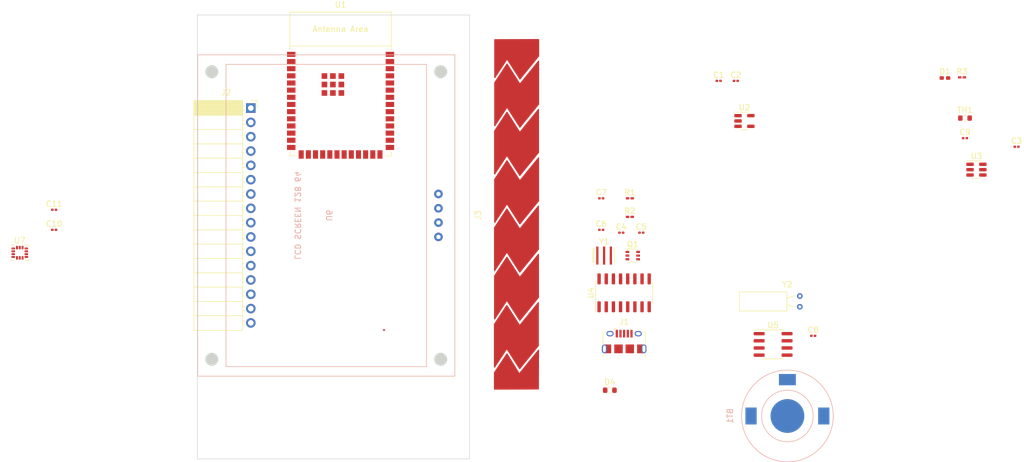
<source format=kicad_pcb>
(kicad_pcb (version 20211014) (generator pcbnew)
  (layers (0 "F.Cu" signal) (1 "In1.Cu" signal) (2 "In2.Cu" signal) (31 "B.Cu" signal) (34 "B.Paste" user) (35 "F.Paste" user) (36 "B.SilkS" user "B.Silkscreen") (37 "F.SilkS" user "F.Silkscreen") (38 "B.Mask" user) (39 "F.Mask" user) (44 "Edge.Cuts" user))
  (net 0 "")
  (net 1 "Net-(U1-Pad1)")
  (net 3 "Net-(BT1-Pad1)")
  (net 4 "/SPI_CLK")
  (net 27 "Net-(C5-Pad1)")
  (net 36 "+BATT")
  (net 37 "GNDREF")
  (net 40 "+3V3")
  (net 41 "Net-(C3-Pad1)")
  (net 42 "Net-(C4-Pad1)")
  (net 43 "Net-(C8-Pad1)")
  (net 44 "Net-(C6-Pad2)")
  (net 45 "+5V")
  (net 46 "/D-")
  (net 47 "/D+")
  (net 48 "/UART_TX")
  (net 49 "/UART_RX")
  (net 50 "/MOSI")
  (net 51 "/MISO")
  (net 52 "/I{slash}O_1")
  (net 53 "/I{slash}O_2")
  (net 54 "/I{slash}O_3")
  (net 55 "/I{slash}O_4")
  (net 56 "/I{slash}O_5")
  (net 57 "/UART_TX0_PGR")
  (net 58 "/UART_RX0_PGR")
  (net 59 "/SDA_1")
  (net 60 "/SCL_1")
  (net 62 "+3.3V")
  (net 63 "Net-(C9-Pad2)")
  (net 64 "Net-(C10-Pad1)")
  (net 70 "Net-(Q1-Pad1)")
  (net 71 "/RTS")
  (net 73 "Net-(C11-Pad2)")
  (net 74 "Net-(TH1-Pad1)")
  (net 75 "/NCH_CH_PIN")
  (net 76 "Net-(U5-Pad2)")
  (net 77 "/INT_ALARM")
  (net 78 "/1hz_CLKOUT")
  (net 79 "unconnected-(U7-Pad1)")
  (net 83 "Net-(Q1-Pad4)")
  (net 84 "/DTR")
  (net 85 "/EN")
  (net 86 "/BOOT0")
  (net 89 "Net-(D1-Pad2)")
  (footprint "Package_LGA:LGA-14_3x2.5mm_P0.5mm_LayoutBorder3x4y" (layer "F.Cu") (at 70.104 80.264)
    (fp_text reference "U7" (at 0 -2.2) (layer "F.SilkS"))
    (fp_text value "LSM6DS3")
    (fp_line (start 0.935 -1.36) (end 1.61 -1.36) (layer "F.SilkS") (width 0.12))
    (fp_line (start 1.61 -1.36) (end 1.61 -1.185) (layer "F.SilkS") (width 0.12))
    (fp_line (start -0.935 1.36) (end -1.61 1.36) (layer "F.SilkS") (width 0.12))
    (fp_line (start 0.935 1.36) (end 1.61 1.36) (layer "F.SilkS") (width 0.12))
    (fp_line (start 1.61 1.36) (end 1.61 1.185) (layer "F.SilkS") (width 0.12))
    (fp_line (start -1.61 1.36) (end -1.61 1.185) (layer "F.SilkS") (width 0.12))
    (fp_line (start -0.935 -1.36) (end -1.61 -1.36) (layer "F.SilkS") (width 0.12))
    (pad "1" smd roundrect (at -1.1625 -0.75) (size 0.625 0.35) (layers "F.Cu" "F.Paste" "F.Mask") (net 79 "unconnected-(U7-Pad1)"))
    (pad "2" smd roundrect (at -1.1625 -0.25) (size 0.625 0.35) (layers "F.Cu" "F.Paste" "F.Mask") (net 37 "GNDREF"))
    (pad "3" smd roundrect (at -1.1625 0.25) (size 0.625 0.35) (layers "F.Cu" "F.Paste" "F.Mask") (net 37 "GNDREF"))
    (pad "4" smd roundrect (at -1.1625 0.75) (size 0.625 0.35) (layers "F.Cu" "F.Paste" "F.Mask"))
    (pad "5" smd roundrect (at -0.5 0.9125) (size 0.35 0.625) (layers "F.Cu" "F.Paste" "F.Mask") (net 64 "Net-(C10-Pad1)"))
    (pad "6" smd roundrect (at 0 0.9125) (size 0.35 0.625) (layers "F.Cu" "F.Paste" "F.Mask") (net 37 "GNDREF"))
    (pad "7" smd roundrect (at 0.5 0.9125) (size 0.35 0.625) (layers "F.Cu" "F.Paste" "F.Mask") (net 37 "GNDREF"))
    (pad "8" smd roundrect (at 1.1625 0.75) (size 0.625 0.35) (layers "F.Cu" "F.Paste" "F.Mask") (net 73 "Net-(C11-Pad2)"))
    (pad "9" smd roundrect (at 1.1625 0.25) (size 0.625 0.35) (layers "F.Cu" "F.Paste" "F.Mask"))
    (pad "10" smd roundrect (at 1.1625 -0.25) (size 0.625 0.35) (layers "F.Cu" "F.Paste" "F.Mask"))
    (pad "11" smd roundrect (at 1.1625 -0.75) (size 0.625 0.35) (layers "F.Cu" "F.Paste" "F.Mask"))
    (pad "12" smd roundrect (at 0.5 -0.9125) (size 0.35 0.625) (layers "F.Cu" "F.Paste" "F.Mask"))
    (pad "13" smd roundrect (at 0 -0.9125) (size 0.35 0.625) (layers "F.Cu" "F.Paste" "F.Mask") (net 60 "/SCL_1"))
    (pad "14" smd roundrect (at -0.5 -0.9125) (size 0.35 0.625) (layers "F.Cu" "F.Paste" "F.Mask") (net 59 "/SDA_1"))
  )
  (footprint "LED_SMD:LED_0402_1005Metric_Pad0.77x0.64mm_HandSolder" (layer "F.Cu") (at 234.188 49.276)
    (fp_text reference "D1" (at 0 -1.17) (layer "F.SilkS"))
    (fp_text value "LED")
    (fp_circle (center -1.265 0) (end -1.215 0) (layer "F.SilkS") (width 0.1) (fill none))
    (pad "1" smd roundrect (at -0.5725 0) (size 0.765 0.64) (layers "F.Cu" "F.Paste" "F.Mask") (net 37 "GNDREF"))
    (pad "2" smd roundrect (at 0.5725 0) (size 0.765 0.64) (layers "F.Cu" "F.Paste" "F.Mask") (net 89 "Net-(D1-Pad2)"))
  )
  (footprint "Resistor_SMD:R_0603_1608Metric" (layer "F.Cu") (at 237.744 56.388)
    (fp_text reference "TH1" (at 0 -1.43) (layer "F.SilkS"))
    (fp_text value "NCP18XH103F03RB")
    (fp_line (start -0.237258 0.5225) (end 0.237258 0.5225) (layer "F.SilkS") (width 0.12))
    (fp_line (start -0.237258 -0.5225) (end 0.237258 -0.5225) (layer "F.SilkS") (width 0.12))
    (pad "1" smd roundrect (at -0.825 0) (size 0.8 0.95) (layers "F.Cu" "F.Paste" "F.Mask") (net 74 "Net-(TH1-Pad1)"))
    (pad "2" smd roundrect (at 0.825 0) (size 0.8 0.95) (layers "F.Cu" "F.Paste" "F.Mask") (net 37 "GNDREF"))
  )
  (footprint "Resistor_SMD:R_0201_0603Metric_Pad0.64x0.40mm_HandSolder" (layer "F.Cu") (at 178.308 73.902)
    (fp_text reference "R2" (at 0 -1.05) (layer "F.SilkS"))
    (fp_text value "10k")
    (pad "1" smd roundrect (at -0.4075 0) (size 0.635 0.4) (layers "F.Cu" "F.Mask") (net 83 "Net-(Q1-Pad4)"))
    (pad "2" smd roundrect (at 0.4075 0) (size 0.635 0.4) (layers "F.Cu" "F.Mask") (net 85 "/EN"))
  )
  (footprint "Capacitor_SMD:C_0201_0603Metric" (layer "F.Cu") (at 173.228 76.2)
    (fp_text reference "C6" (at 0 -1.05) (layer "F.SilkS"))
    (fp_text value "0.1u")
    (pad "1" smd roundrect (at -0.32 0) (size 0.46 0.4) (layers "F.Cu" "F.Mask") (net 37 "GNDREF"))
    (pad "2" smd roundrect (at 0.32 0) (size 0.46 0.4) (layers "F.Cu" "F.Mask") (net 44 "Net-(C6-Pad2)"))
  )
  (footprint "Connector_PinSocket_2.54mm:PinSocket_1x16_P2.54mm_Horizontal" (layer "F.Cu") (at 111.08 54.61)
    (fp_text reference "J2" (at -4.38 -2.77) (layer "F.SilkS"))
    (fp_text value "Conn_01x16_Female")
    (fp_line (start -1.46 25.04) (end -1.05 25.04) (layer "F.SilkS") (width 0.12))
    (fp_line (start -10.09 -0.50143) (end -1.46 -0.50143) (layer "F.SilkS") (width 0.12))
    (fp_line (start -10.09 16.51) (end -1.46 16.51) (layer "F.SilkS") (width 0.12))
    (fp_line (start -1.46 12.34) (end -1.05 12.34) (layer "F.SilkS") (width 0.12))
    (fp_line (start -1.46 14.88) (end -1.05 14.88) (layer "F.SilkS") (width 0.12))
    (fp_line (start -10.09 29.21) (end -1.46 29.21) (layer "F.SilkS") (width 0.12))
    (fp_line (start -1.46 38.46) (end -1.05 38.46) (layer "F.SilkS") (width 0.12))
    (fp_line (start -1.46 10.52) (end -1.05 10.52) (layer "F.SilkS") (width 0.12))
    (fp_line (start -10.09 8.89) (end -1.46 8.89) (layer "F.SilkS") (width 0.12))
    (fp_line (start -10.09 0.91571) (end -1.46 0.91571) (layer "F.SilkS") (width 0.12))
    (fp_line (start -10.09 -0.619525) (end -1.46 -0.619525) (layer "F.SilkS") (width 0.12))
    (fp_line (start -10.09 1.1519) (end -1.46 1.1519) (layer "F.SilkS") (width 0.12))
    (fp_line (start -10.09 -0.02905) (end -1.46 -0.02905) (layer "F.SilkS") (width 0.12))
    (fp_line (start -1.46 5.44) (end -1.05 5.44) (layer "F.SilkS") (width 0.12))
    (fp_line (start -10.09 6.35) (end -1.46 6.35) (layer "F.SilkS") (width 0.12))
    (fp_line (start -1.46 30.12) (end -1.05 30.12) (layer "F.SilkS") (width 0.12))
    (fp_line (start -10.09 -1.33) (end -10.09 39.43) (layer "F.SilkS") (width 0.12))
    (fp_line (start -10.09 26.67) (end -1.46 26.67) (layer "F.SilkS") (width 0.12))
    (fp_line (start -10.09 1.033805) (end -1.46 1.033805) (layer "F.SilkS") (width 0.12))
    (fp_line (start -1.46 37.74) (end -1.05 37.74) (layer "F.SilkS") (width 0.12))
    (fp_line (start -10.09 24.13) (end -1.46 24.13) (layer "F.SilkS") (width 0.12))
    (fp_line (start -1.46 9.8) (end -1.05 9.8) (layer "F.SilkS") (width 0.12))
    (fp_line (start -10.09 21.59) (end -1.46 21.59) (layer "F.SilkS") (width 0.12))
    (fp_line (start -1.46 33.38) (end -1.05 33.38) (layer "F.SilkS") (width 0.12))
    (fp_line (start -10.09 0.561425) (end -1.46 0.561425) (layer "F.SilkS") (width 0.12))
    (fp_line (start -1.46 2.18) (end -1.05 2.18) (layer "F.SilkS") (width 0.12))
    (fp_line (start -10.09 39.43) (end -1.46 39.43) (layer "F.SilkS") (width 0.12))
    (fp_line (start -10.09 -0.73762) (end -1.46 -0.73762) (layer "F.SilkS") (width 0.12))
    (fp_line (start -10.09 3.81) (end -1.46 3.81) (layer "F.SilkS") (width 0.12))
    (fp_line (start -1.46 7.98) (end -1.05 7.98) (layer "F.SilkS") (width 0.12))
    (fp_line (start -10.09 -1.091905) (end -1.46 -1.091905) (layer "F.SilkS") (width 0.12))
    (fp_line (start -1.46 35.92) (end -1.05 35.92) (layer "F.SilkS") (width 0.12))
    (fp_line (start 0 -1.33) (end 1.11 -1.33) (layer "F.SilkS") (width 0.12))
    (fp_line (start -10.09 -0.26524) (end -1.46 -0.26524) (layer "F.SilkS") (width 0.12))
    (fp_line (start -10.09 -0.383335) (end -1.46 -0.383335) (layer "F.SilkS") (width 0.12))
    (fp_line (start -1.46 0.36) (end -1.11 0.36) (layer "F.SilkS") (width 0.12))
    (fp_line (start -10.09 11.43) (end -1.46 11.43) (layer "F.SilkS") (width 0.12))
    (fp_line (start -10.09 13.97) (end -1.46 13.97) (layer "F.SilkS") (width 0.12))
    (fp_line (start -10.09 -0.147145) (end -1.46 -0.147145) (layer "F.SilkS") (width 0.12))
    (fp_line (start -1.46 2.9) (end -1.05 2.9) (layer "F.SilkS") (width 0.12))
    (fp_line (start -10.09 36.83) (end -1.46 36.83) (layer "F.SilkS") (width 0.12))
    (fp_line (start -1.46 22.5) (end -1.05 22.5) (layer "F.SilkS") (width 0.12))
    (fp_line (start -1.46 19.96) (end -1.05 19.96) (layer "F.SilkS") (width 0.12))
    (fp_line (start -1.46 23.22) (end -1.05 23.22) (layer "F.SilkS") (width 0.12))
    (fp_line (start -10.09 0.67952) (end -1.46 0.67952) (layer "F.SilkS") (width 0.12))
    (fp_line (start -10.09 -1.33) (end -1.46 -1.33) (layer "F.SilkS") (width 0.12))
    (fp_line (start -10.09 31.75) (end -1.46 31.75) (layer "F.SilkS") (width 0.12))
    (fp_line (start -10.09 -1.21) (end -1.46 -1.21) (layer "F.SilkS") (width 0.12))
    (fp_line (start -1.46 32.66) (end -1.05 32.66) (layer "F.SilkS") (width 0.12))
    (fp_line (start -10.09 0.20714) (end -1.46 0.20714) (layer "F.SilkS") (width 0.12))
    (fp_line (start -1.46 4.72) (end -1.05 4.72) (layer "F.SilkS") (width 0.12))
    (fp_line (start -10.09 -0.97381) (end -1.46 -0.97381) (layer "F.SilkS") (width 0.12))
    (fp_line (start -1.46 18.14) (end -1.05 18.14) (layer "F.SilkS") (width 0.12))
    (fp_line (start -10.09 0.44333) (end -1.46 0.44333) (layer "F.SilkS") (width 0.12))
    (fp_line (start -1.46 30.84) (end -1.05 30.84) (layer "F.SilkS") (width 0.12))
    (fp_line (start -10.09 0.089045) (end -1.46 0.089045) (layer "F.SilkS") (width 0.12))
    (fp_line (start -1.46 13.06) (end -1.05 13.06) (layer "F.SilkS") (width 0.12))
    (fp_line (start -10.09 -0.855715) (end -1.46 -0.855715) (layer "F.SilkS") (width 0.12))
    (fp_line (start -10.09 19.05) (end -1.46 19.05) (layer "F.SilkS") (width 0.12))
    (fp_line (start -1.46 17.42) (end -1.05 17.42) (layer "F.SilkS") (width 0.12))
    (fp_line (start -1.46 7.26) (end -1.05 7.26) (layer "F.SilkS") (width 0.12))
    (fp_line (start -10.09 1.27) (end -1.46 1.27) (layer "F.SilkS") (width 0.12))
    (fp_line (start -1.46 27.58) (end -1.05 27.58) (layer "F.SilkS") (width 0.12))
    (fp_line (start -1.46 25.76) (end -1.05 25.76) (layer "F.SilkS") (width 0.12))
    (fp_line (start -10.09 34.29) (end -1.46 34.29) (layer "F.SilkS") (width 0.12))
    (fp_line (start -1.46 -0.36) (end -1.11 -0.36) (layer "F.SilkS") (width 0.12))
    (fp_line (start -1.46 -1.33) (end -1.46 39.43) (layer "F.SilkS") (width 0.12))
    (fp_line (start 1.11 -1.33) (end 1.11 0) (layer "F.SilkS") (width 0.12))
    (fp_line (start -1.46 28.3) (end -1.05 28.3) (layer "F.SilkS") (width 0.12))
    (fp_line (start -10.09 0.325235) (end -1.46 0.325235) (layer "F.SilkS") (width 0.12))
    (fp_line (start -1.46 35.2) (end -1.05 35.2) (layer "F.SilkS") (width 0.12))
    (fp_line (start -1.46 15.6) (end -1.05 15.6) (layer "F.SilkS") (width 0.12))
    (fp_line (start -1.46 20.68) (end -1.05 20.68) (layer "F.SilkS") (width 0.12))
    (fp_line (start -10.09 0.797615) (end -1.46 0.797615) (layer "F.SilkS") (width 0.12))
    (pad "1" thru_hole rect (at 0 0) (size 1.7 1.7) (drill 1) (layers *.Cu *.Mask) (net 40 "+3V3"))
    (pad "2" thru_hole oval (at 0 2.54) (size 1.7 1.7) (drill 1) (layers *.Cu *.Mask) (net 40 "+3V3"))
    (pad "3" thru_hole oval (at 0 5.08) (size 1.7 1.7) (drill 1) (layers *.Cu *.Mask) (net 48 "/UART_TX"))
    (pad "4" thru_hole oval (at 0 7.62) (size 1.7 1.7) (drill 1) (layers *.Cu *.Mask) (net 49 "/UART_RX"))
    (pad "5" thru_hole oval (at 0 10.16) (size 1.7 1.7) (drill 1) (layers *.Cu *.Mask) (net 50 "/MOSI"))
    (pad "6" thru_hole oval (at 0 12.7) (size 1.7 1.7) (drill 1) (layers *.Cu *.Mask) (net 51 "/MISO"))
    (pad "7" thru_hole oval (at 0 15.24) (size 1.7 1.7) (drill 1) (layers *.Cu *.Mask) (net 4 "/SPI_CLK"))
    (pad "8" thru_hole oval (at 0 17.78) (size 1.7 1.7) (drill 1) (layers *.Cu *.Mask) (net 59 "/SDA_1"))
    (pad "9" thru_hole oval (at 0 20.32) (size 1.7 1.7) (drill 1) (layers *.Cu *.Mask) (net 60 "/SCL_1"))
    (pad "10" thru_hole oval (at 0 22.86) (size 1.7 1.7) (drill 1) (layers *.Cu *.Mask) (net 52 "/I{slash}O_1"))
    (pad "11" thru_hole oval (at 0 25.4) (size 1.7 1.7) (drill 1) (layers *.Cu *.Mask) (net 53 "/I{slash}O_2"))
    (pad "12" thru_hole oval (at 0 27.94) (size 1.7 1.7) (drill 1) (layers *.Cu *.Mask) (net 54 "/I{slash}O_3"))
    (pad "13" thru_hole oval (at 0 30.48) (size 1.7 1.7) (drill 1) (layers *.Cu *.Mask) (net 55 "/I{slash}O_4"))
    (pad "14" thru_hole oval (at 0 33.02) (size 1.7 1.7) (drill 1) (layers *.Cu *.Mask) (net 56 "/I{slash}O_5"))
    (pad "15" thru_hole oval (at 0 35.56) (size 1.7 1.7) (drill 1) (layers *.Cu *.Mask) (net 37 "GNDREF"))
    (pad "16" thru_hole oval (at 0 38.1) (size 1.7 1.7) (drill 1) (layers *.Cu *.Mask) (net 37 "GNDREF"))
  )
  (footprint "Package_TO_SOT_SMD:SOT-363_SC-70-6" (layer "F.Cu") (at 178.816 80.772)
    (fp_text reference "Q1" (at 0 -2) (layer "F.SilkS"))
    (fp_text value "UMH3N")
    (fp_line (start -0.7 1.16) (end 0.7 1.16) (layer "F.SilkS") (width 0.12))
    (fp_line (start 0.7 -1.16) (end -1.2 -1.16) (layer "F.SilkS") (width 0.12))
    (pad "1" smd rect (at -0.95 -0.65) (size 0.65 0.4) (layers "F.Cu" "F.Paste" "F.Mask") (net 70 "Net-(Q1-Pad1)"))
    (pad "2" smd rect (at -0.95 0) (size 0.65 0.4) (layers "F.Cu" "F.Paste" "F.Mask") (net 71 "/RTS"))
    (pad "3" smd rect (at -0.95 0.65) (size 0.65 0.4) (layers "F.Cu" "F.Paste" "F.Mask") (net 40 "+3V3"))
    (pad "4" smd rect (at 0.95 0.65) (size 0.65 0.4) (layers "F.Cu" "F.Paste" "F.Mask") (net 83 "Net-(Q1-Pad4)"))
    (pad "5" smd rect (at 0.95 0) (size 0.65 0.4) (layers "F.Cu" "F.Paste" "F.Mask") (net 84 "/DTR"))
    (pad "6" smd rect (at 0.95 -0.65) (size 0.65 0.4) (layers "F.Cu" "F.Paste" "F.Mask") (net 40 "+3V3"))
  )
  (footprint "Capacitor_SMD:C_0201_0603Metric" (layer "F.Cu") (at 76.2 76.2)
    (fp_text reference "C10" (at 0 -1.05) (layer "F.SilkS"))
    (fp_text value "100nf")
    (pad "1" smd roundrect (at -0.32 0) (size 0.46 0.4) (layers "F.Cu" "F.Mask") (net 64 "Net-(C10-Pad1)"))
    (pad "2" smd roundrect (at 0.32 0) (size 0.46 0.4) (layers "F.Cu" "F.Mask") (net 37 "GNDREF"))
  )
  (footprint "LCD:slide_sensor_8p" (layer "F.Cu") (at 159.512 73.66 90)
    (fp_text reference "J3" (at 0.0508 -8.128 90 unlocked) (layer "F.SilkS"))
    (fp_text value "TOUCH")
    (fp_poly (pts (xy 31.197057 2.608096) (xy 28.276057 2.608096) (xy 24.212057 -0.693904) (xy 27.768057 -2.979904) (xy 24.466057 -5.164304) (xy 31.171657 -5.164304)) (layer "F.Cu") (width 0.2) (fill solid))
    (fp_poly (pts (xy 9.7028 -2.9972) (xy 6.1468 -0.7112) (xy 10.2108 2.5908) (xy 2.5908 2.5908) (xy -1.4732 -0.7112) (xy 2.0828 -2.9972) (xy -1.2192 -5.17861) (xy 6.4008 -5.17861)) (layer "F.Cu") (width 0.2) (fill solid))
    (fp_poly (pts (xy 18.288798 -3.006144) (xy 14.732798 -0.720144) (xy 18.796798 2.581856) (xy 11.176798 2.581856) (xy 7.112798 -0.720144) (xy 10.668798 -3.006144) (xy 7.366798 -5.187554) (xy 14.986798 -5.187554)) (layer "F.Cu") (width 0.2) (fill solid))
    (fp_poly (pts (xy 1.143798 -3.015867) (xy -2.412202 -0.729867) (xy 1.651798 2.572133) (xy -5.968202 2.572133) (xy -10.032202 -0.729867) (xy -6.476202 -3.015867) (xy -9.778202 -5.197277) (xy -2.158202 -5.197277)) (layer "F.Cu") (width 0.2) (fill solid))
    (fp_poly (pts (xy -7.4168 -3.012877) (xy -10.9728 -0.726877) (xy -6.9088 2.575123) (xy -14.5288 2.575123) (xy -18.5928 -0.726877) (xy -15.0368 -3.012877) (xy -18.3388 -5.194287) (xy -10.7188 -5.194287)) (layer "F.Cu") (width 0.2) (fill solid))
    (fp_poly (pts (xy -30.7848 -5.211033) (xy -27.8638 -5.211033) (xy -24.5618 -3.001233) (xy -28.0924 -0.816833) (xy -23.9014 2.586767) (xy -30.7594 2.561367)) (layer "F.Cu") (width 0.2) (fill solid))
    (fp_poly (pts (xy 26.8478 -2.987477) (xy 23.2918 -0.701477) (xy 27.3558 2.600523) (xy 19.7358 2.600523) (xy 15.6718 -0.701477) (xy 19.2278 -2.987477) (xy 15.9258 -5.168887) (xy 23.5458 -5.168887)) (layer "F.Cu") (width 0.2) (fill solid))
    (fp_poly (pts (xy -15.975802 -3.031544) (xy -19.531802 -0.745544) (xy -15.467802 2.556456) (xy -23.087802 2.556456) (xy -27.151802 -0.745544) (xy -23.595802 -3.031544) (xy -26.897802 -5.212954) (xy -19.277802 -5.212954)) (layer "F.Cu") (width 0.2) (fill solid))
    (pad "1" connect roundrect (at -29.464 -2.8194 90) (size 2.286 1.524) (property pad_prop_fiducial_loc) (layers "F.Cu"))
    (pad "2" connect roundrect (at -22.225 -2.8702 90) (size 2.286 1.524) (property pad_prop_fiducial_loc) (layers "F.Cu"))
    (pad "3" connect roundrect (at -14.0716 -2.9464 90) (size 2.286 1.524) (property pad_prop_fiducial_loc) (layers "F.Cu"))
    (pad "4" connect roundrect (at -4.953 -2.9718 90) (size 2.286 1.524) (property pad_prop_fiducial_loc) (layers "F.Cu"))
    (pad "5" connect roundrect (at 3.4036 -3.0226 90) (size 2.286 1.524) (property pad_prop_fiducial_loc) (layers "F.Cu"))
    (pad "6" connect roundrect (at 12.319 -2.921 90) (size 2.286 1.524) (property pad_prop_fiducial_loc) (layers "F.Cu"))
    (pad "7" connect roundrect (at 20.32 -2.9718 90) (size 2.286 1.524) (property pad_prop_fiducial_loc) (layers "F.Cu"))
    (pad "8" connect roundrect (at 28.8544 -2.9464 90) (size 2.286 1.524) (property pad_prop_fiducial_loc) (layers "F.Cu"))
  )
  (footprint "esp:ESP32-S3-WROOM-2" (layer "F.Cu") (at 127 53.34)
    (fp_text reference "U1" (at 0 -17.05) (layer "F.SilkS"))
    (fp_text value "ESP32-S3-WROOM-1")
    (fp_text user "Antenna Area" (at 0 -12.75) (layer "F.SilkS"))
    (fp_line (start 9 9.75) (end 8 9.75) (layer "F.SilkS") (width 0.12))
    (fp_line (start -9 9) (end -9 9.75) (layer "F.SilkS") (width 0.12))
    (fp_line (start -9 -15.75) (end -9 -9) (layer "F.SilkS") (width 0.12))
    (fp_line (start 9 -15.75) (end 9 -9) (layer "F.SilkS") (width 0.12))
    (fp_line (start 9 9) (end 9 9.75) (layer "F.SilkS") (width 0.12))
    (fp_line (start 9 -9.75) (end -9 -9.75) (layer "F.SilkS") (width 0.12))
    (fp_line (start -9 -15.75) (end 9 -15.75) (layer "F.SilkS") (width 0.12))
    (fp_line (start -9 9.75) (end -8 9.75) (layer "F.SilkS") (width 0.12))
    (pad "1" smd rect (at -8.75 -8.26) (size 1.5 0.9) (layers "F.Cu" "F.Paste" "F.Mask") (net 1 "Net-(U1-Pad1)"))
    (pad "2" smd rect (at -8.75 -6.99) (size 1.5 0.9) (layers "F.Cu" "F.Paste" "F.Mask"))
    (pad "3" smd rect (at -8.75 -5.72) (size 1.5 0.9) (layers "F.Cu" "F.Paste" "F.Mask") (net 85 "/EN"))
    (pad "4" smd rect (at -8.75 -4.45) (size 1.5 0.9) (layers "F.Cu" "F.Paste" "F.Mask") (net 55 "/I{slash}O_4"))
    (pad "5" smd rect (at -8.75 -3.18) (size 1.5 0.9) (layers "F.Cu" "F.Paste" "F.Mask") (net 56 "/I{slash}O_5"))
    (pad "6" smd rect (at -8.75 -1.91) (size 1.5 0.9) (layers "F.Cu" "F.Paste" "F.Mask"))
    (pad "7" smd rect (at -8.75 -0.64) (size 1.5 0.9) (layers "F.Cu" "F.Paste" "F.Mask"))
    (pad "8" smd rect (at -8.75 0.63) (size 1.5 0.9) (layers "F.Cu" "F.Paste" "F.Mask"))
    (pad "9" smd rect (at -8.75 1.9) (size 1.5 0.9) (layers "F.Cu" "F.Paste" "F.Mask"))
    (pad "10" smd rect (at -8.75 3.17) (size 1.5 0.9) (layers "F.Cu" "F.Paste" "F.Mask") (net 48 "/UART_TX"))
    (pad "11" smd rect (at -8.75 4.44) (size 1.5 0.9) (layers "F.Cu" "F.Paste" "F.Mask") (net 49 "/UART_RX"))
    (pad "12" smd rect (at -8.75 5.71) (size 1.5 0.9) (layers "F.Cu" "F.Paste" "F.Mask"))
    (pad "13" smd rect (at -8.75 6.98) (size 1.5 0.9) (layers "F.Cu" "F.Paste" "F.Mask"))
    (pad "14" smd rect (at -8.75 8.25) (size 1.5 0.9) (layers "F.Cu" "F.Paste" "F.Mask"))
    (pad "15" smd rect (at -6.985 9.5 90) (size 1.5 0.9) (layers "F.Cu" "F.Paste" "F.Mask") (net 54 "/I{slash}O_3"))
    (pad "16" smd rect (at -5.715 9.5 90) (size 1.5 0.9) (layers "F.Cu" "F.Paste" "F.Mask"))
    (pad "17" smd rect (at -4.445 9.5 90) (size 1.5 0.9) (layers "F.Cu" "F.Paste" "F.Mask"))
    (pad "18" smd rect (at -3.175 9.5 90) (size 1.5 0.9) (layers "F.Cu" "F.Paste" "F.Mask"))
    (pad "19" smd rect (at -1.905 9.5 90) (size 1.5 0.9) (layers "F.Cu" "F.Paste" "F.Mask"))
    (pad "20" smd rect (at -0.635 9.5 90) (size 1.5 0.9) (layers "F.Cu" "F.Paste" "F.Mask"))
    (pad "21" smd rect (at 0.635 9.5 90) (size 1.5 0.9) (layers "F.Cu" "F.Paste" "F.Mask"))
    (pad "22" smd rect (at 1.905 9.5 90) (size 1.5 0.9) (layers "F.Cu" "F.Paste" "F.Mask"))
    (pad "23" smd rect (at 3.175 9.5 90) (size 1.5 0.9) (layers "F.Cu" "F.Paste" "F.Mask") (net 60 "/SCL_1"))
    (pad "24" smd rect (at 4.445 9.5 90) (size 1.5 0.9) (layers "F.Cu" "F.Paste" "F.Mask"))
    (pad "25" smd rect (at 5.715 9.5 90) (size 1.5 0.9) (layers "F.Cu" "F.Paste" "F.Mask"))
    (pad "26" smd rect (at 6.985 9.5 90) (size 1.5 0.9) (layers "F.Cu" "F.Paste" "F.Mask") (net 59 "/SDA_1"))
    (pad "27" smd rect (at 8.75 8.25 180) (size 1.5 0.9) (layers "F.Cu" "F.Paste" "F.Mask") (net 86 "/BOOT0"))
    (pad "28" smd rect (at 8.75 6.98 180) (size 1.5 0.9) (layers "F.Cu" "F.Paste" "F.Mask"))
    (pad "29" smd rect (at 8.75 5.71 180) (size 1.5 0.9) (layers "F.Cu" "F.Paste" "F.Mask"))
    (pad "30" smd rect (at 8.75 4.44 180) (size 1.5 0.9) (layers "F.Cu" "F.Paste" "F.Mask"))
    (pad "31" smd rect (at 8.75 3.17 180) (size 1.5 0.9) (layers "F.Cu" "F.Paste" "F.Mask"))
    (pad "32" smd rect (at 8.75 1.9 180) (size 1.5 0.9) (layers "F.Cu" "F.Paste" "F.Mask"))
    (pad "33" smd rect (at 8.75 0.63 180) (size 1.5 0.9) (layers "F.Cu" "F.Paste" "F.Mask"))
    (pad "34" smd rect (at 8.75 -0.64 180) (size 1.5 0.9) (layers "F.Cu" "F.Paste" "F.Mask"))
    (pad "35" smd rect (at 8.75 -1.91 180) (size 1.5 0.9) (layers "F.Cu" "F.Paste" "F.Mask"))
    (pad "36" smd rect (at 8.75 -3.18 180) (size 1.5 0.9) (layers "F.Cu" "F.Paste" "F.Mask") (net 57 "/UART_TX0_PGR"))
    (pad "37" smd rect (at 8.75 -4.45 180) (size 1.5 0.9) (layers "F.Cu" "F.Paste" "F.Mask") (net 58 "/UART_RX0_PGR"))
    (pad "38" smd rect (at 8.75 -5.72 180) (size 1.5 0.9) (layers "F.Cu" "F.Paste" "F.Mask") (net 53 "/I{slash}O_2"))
    (pad "39" smd rect (at 8.75 -6.99 180) (size 1.5 0.9) (layers "F.Cu" "F.Paste" "F.Mask") (net 52 "/I{slash}O_1"))
    (pad "40" smd rect (at 8.75 -8.26 180) (size 1.5 0.9) (layers "F.Cu" "F.Paste" "F.Mask") (net 1 "Net-(U1-Pad1)"))
    (pad "41" smd rect (at -2.86 -1.41 180) (size 1 1) (layers "F.Cu" "F.Paste" "F.Mask") (net 1 "Net-(U1-Pad1)"))
    (pad "41" smd rect (at -1.36 -4.41 180) (size 1 1) (layers "F.Cu" "F.Paste" "F.Mask") (net 1 "Net-(U1-Pad1)"))
    (pad "41" smd rect (at 0.14 -2.91 180) (size 1 1) (layers "F.Cu" "F.Paste" "F.Mask") (net 1 "Net-(U1-Pad1)"))
    (pad "41" smd rect (at 0.14 -1.41 180) (size 1 1) (layers "F.Cu" "F.Paste" "F.Mask") (net 1 "Net-(U1-Pad1)"))
    (pad "41" smd rect (at -2.86 -2.91 180) (size 1 1) (layers "F.Cu" "F.Paste" "F.Mask") (net 1 "Net-(U1-Pad1)"))
    (pad "41" smd rect (at -2.86 -4.41 180) (size 1 1) (layers "F.Cu" "F.Paste" "F.Mask") (net 1 "Net-(U1-Pad1)"))
    (pad "41" smd rect (at -1.36 -1.41 180) (size 1 1) (layers "F.Cu" "F.Paste" "F.Mask") (net 1 "Net-(U1-Pad1)"))
    (pad "41" smd rect (at 0.14 -4.41 180) (size 1 1) (layers "F.Cu" "F.Paste" "F.Mask") (net 1 "Net-(U1-Pad1)"))
    (pad "41" smd rect (at -1.36 -2.91 180) (size 1 1) (layers "F.Cu" "F.Paste" "F.Mask") (net 1 "Net-(U1-Pad1)"))
  )
  (footprint "Package_TO_SOT_SMD:SOT-23-5" (layer "F.Cu") (at 198.628 56.896)
    (fp_text reference "U2" (at 0 -2.4) (layer "F.SilkS"))
    (fp_text value "AP2112K-3.3")
    (fp_line (start 0 -1.56) (end 0.8 -1.56) (layer "F.SilkS") (width 0.12))
    (fp_line (start 0 -1.56) (end -1.8 -1.56) (layer "F.SilkS") (width 0.12))
    (fp_line (start 0 1.56) (end -0.8 1.56) (layer "F.SilkS") (width 0.12))
    (fp_line (start 0 1.56) (end 0.8 1.56) (layer "F.SilkS") (width 0.12))
    (pad "1" smd roundrect (at -1.1375 -0.95) (size 1.325 0.6) (layers "F.Cu" "F.Paste" "F.Mask") (net 36 "+BATT"))
    (pad "2" smd roundrect (at -1.1375 0) (size 1.325 0.6) (layers "F.Cu" "F.Paste" "F.Mask") (net 37 "GNDREF"))
    (pad "3" smd roundrect (at -1.1375 0.95) (size 1.325 0.6) (layers "F.Cu" "F.Paste" "F.Mask") (net 36 "+BATT"))
    (pad "4" smd roundrect (at 1.1375 0.95) (size 1.325 0.6) (layers "F.Cu" "F.Paste" "F.Mask"))
    (pad "5" smd roundrect (at 1.1375 -0.95) (size 1.325 0.6) (layers "F.Cu" "F.Paste" "F.Mask") (net 40 "+3V3"))
  )
  (footprint "Package_SO:SOIC-8_3.9x4.9mm_P1.27mm" (layer "F.Cu") (at 203.708 96.52)
    (fp_text reference "U5" (at 0 -3.4) (layer "F.SilkS"))
    (fp_text value "PCF8563T")
    (fp_line (start 0 -2.56) (end -3.45 -2.56) (layer "F.SilkS") (width 0.12))
    (fp_line (start 0 2.56) (end 1.95 2.56) (layer "F.SilkS") (width 0.12))
    (fp_line (start 0 2.56) (end -1.95 2.56) (layer "F.SilkS") (width 0.12))
    (fp_line (start 0 -2.56) (end 1.95 -2.56) (layer "F.SilkS") (width 0.12))
    (pad "1" smd roundrect (at -2.475 -1.905) (size 1.95 0.6) (layers "F.Cu" "F.Paste" "F.Mask") (net 43 "Net-(C8-Pad1)"))
    (pad "2" smd roundrect (at -2.475 -0.635) (size 1.95 0.6) (layers "F.Cu" "F.Paste" "F.Mask") (net 76 "Net-(U5-Pad2)"))
    (pad "3" smd roundrect (at -2.475 0.635) (size 1.95 0.6) (layers "F.Cu" "F.Paste" "F.Mask") (net 77 "/INT_ALARM"))
    (pad "4" smd roundrect (at -2.475 1.905) (size 1.95 0.6) (layers "F.Cu" "F.Paste" "F.Mask") (net 37 "GNDREF"))
    (pad "5" smd roundrect (at 2.475 1.905) (size 1.95 0.6) (layers "F.Cu" "F.Paste" "F.Mask") (net 59 "/SDA_1"))
    (pad "6" smd roundrect (at 2.475 0.635) (size 1.95 0.6) (layers "F.Cu" "F.Paste" "F.Mask") (net 60 "/SCL_1"))
    (pad "7" smd roundrect (at 2.475 -0.635) (size 1.95 0.6) (layers "F.Cu" "F.Paste" "F.Mask") (net 78 "/1hz_CLKOUT"))
    (pad "8" smd roundrect (at 2.475 -1.905) (size 1.95 0.6) (layers "F.Cu" "F.Paste" "F.Mask") (net 3 "Net-(BT1-Pad1)"))
  )
  (footprint "Crystal:Crystal_C38-LF_D3.0mm_L8.0mm_Horizontal" (layer "F.Cu") (at 208.45 87.95 -90)
    (fp_text reference "Y2" (at -2.07 2.25) (layer "F.SilkS"))
    (fp_text value "32.768kHz")
    (fp_line (start 0.405 2.3) (end 0 1.15) (layer "F.SilkS") (width 0.12))
    (fp_line (start 1.495 2.3) (end 1.9 1.15) (layer "F.SilkS") (width 0.12))
    (fp_line (start 1.9 1.15) (end 1.9 0.7) (layer "F.SilkS") (width 0.12))
    (fp_line (start 2.65 2.3) (end -0.75 2.3) (layer "F.SilkS") (width 0.12))
    (fp_line (start 0 1.15) (end 0 0.7) (layer "F.SilkS") (width 0.12))
    (fp_line (start -0.75 2.3) (end -0.75 10.7) (layer "F.SilkS") (width 0.12))
    (fp_line (start -0.75 10.7) (end 2.65 10.7) (layer "F.SilkS") (width 0.12))
    (fp_line (start 2.65 10.7) (end 2.65 2.3) (layer "F.SilkS") (width 0.12))
    (pad "1" thru_hole circle (at 0 0 270) (size 1 1) (drill 0.5) (layers *.Cu *.Mask) (net 43 "Net-(C8-Pad1)"))
    (pad "2" thru_hole circle (at 1.9 0 270) (size 1 1) (drill 0.5) (layers *.Cu *.Mask) (net 76 "Net-(U5-Pad2)"))
  )
  (footprint "Capacitor_SMD:C_0201_0603Metric" (layer "F.Cu") (at 197.104 49.784)
    (fp_text reference "C2" (at 0 -1.05) (layer "F.SilkS"))
    (fp_text value "1uf")
    (pad "1" smd roundrect (at -0.32 0) (size 0.46 0.4) (layers "F.Cu" "F.Mask") (net 40 "+3V3"))
    (pad "2" smd roundrect (at 0.32 0) (size 0.46 0.4) (layers "F.Cu" "F.Mask") (net 37 "GNDREF"))
  )
  (footprint "Crystal:Resonator_SMD_Murata_CSTxExxV-3Pin_3.0x1.1mm_HandSoldering" (layer "F.Cu") (at 173.736 80.772)
    (fp_text reference "Y1" (at 0 -2.45) (layer "F.SilkS"))
    (fp_text value "12Mhz")
    (fp_line (start -1.8 0.8) (end -1.8 -1.2) (layer "F.SilkS") (width 0.12))
    (fp_line (start 1.8 1.2) (end 1.65 1.2) (layer "F.SilkS") (width 0.12))
    (fp_line (start -0.75 1.2) (end -0.75 1.6) (layer "F.SilkS") (width 0.12))
    (fp_line (start -2 0.8) (end -2 1.2) (layer "F.SilkS") (width 0.12))
    (fp_line (start -1.8 0.8) (end -1.8 1.2) (layer "F.SilkS") (width 0.12))
    (fp_line (start 1.8 -1.2) (end 1.8 0.8) (layer "F.SilkS") (width 0.12))
    (fp_line (start -1.8 1.2) (end -1.65 1.2) (layer "F.SilkS") (width 0.12))
    (fp_line (start -1.8 -1.2) (end -1.65 -1.2) (layer "F.SilkS") (width 0.12))
    (fp_line (start 1.8 -1.2) (end 1.65 -1.2) (layer "F.SilkS") (width 0.12))
    (fp_line (start -0.75 1.2) (end -0.8 1.2) (layer "F.SilkS") (width 0.12))
    (fp_line (start -2 -1.2) (end -2 0.8) (layer "F.SilkS") (width 0.12))
    (fp_line (start 1.8 0.8) (end 1.8 1.2) (layer "F.SilkS") (width 0.12))
    (pad "1" smd rect (at -1.2 0) (size 0.4 3.2) (layers "F.Cu" "F.Paste" "F.Mask") (net 42 "Net-(C4-Pad1)"))
    (pad "2" smd rect (at 0 0) (size 0.4 3.2) (layers "F.Cu" "F.Paste" "F.Mask") (net 27 "Net-(C5-Pad1)"))
    (pad "3" smd rect (at 1.2 0) (size 0.4 3.2) (layers "F.Cu" "F.Paste" "F.Mask"))
  )
  (footprint "Capacitor_SMD:C_0201_0603Metric" (layer "F.Cu") (at 173.228 70.612)
    (fp_text reference "C7" (at 0 -1.05) (layer "F.SilkS"))
    (fp_text value "0.1u")
    (pad "1" smd roundrect (at -0.32 0) (size 0.46 0.4) (layers "F.Cu" "F.Mask") (net 45 "+5V"))
    (pad "2" smd roundrect (at 0.32 0) (size 0.46 0.4) (layers "F.Cu" "F.Mask") (net 37 "GNDREF"))
  )
  (footprint "Capacitor_SMD:C_0201_0603Metric" (layer "F.Cu") (at 210.82 94.996)
    (fp_text reference "C8" (at 0 -1.05) (layer "F.SilkS"))
    (fp_text value "8p")
    (pad "1" smd roundrect (at -0.32 0) (size 0.46 0.4) (layers "F.Cu" "F.Mask") (net 43 "Net-(C8-Pad1)"))
    (pad "2" smd roundrect (at 0.32 0) (size 0.46 0.4) (layers "F.Cu" "F.Mask") (net 37 "GNDREF"))
  )
  (footprint "Package_TO_SOT_SMD:SOT-23-6" (layer "F.Cu") (at 239.776 65.532)
    (fp_text reference "U3" (at 0 -2.4) (layer "F.SilkS"))
    (fp_text value "BQ21040DBVR")
    (fp_line (start 0 1.56) (end 0.8 1.56) (layer "F.SilkS") (width 0.12))
    (fp_line (start 0 -1.56) (end -1.8 -1.56) (layer "F.SilkS") (width 0.12))
    (fp_line (start 0 -1.56) (end 0.8 -1.56) (layer "F.SilkS") (width 0.12))
    (fp_line (start 0 1.56) (end -0.8 1.56) (layer "F.SilkS") (width 0.12))
    (pad "1" smd roundrect (at -1.1375 -0.95) (size 1.325 0.6) (layers "F.Cu" "F.Paste" "F.Mask") (net 74 "Net-(TH1-Pad1)"))
    (pad "2" smd roundrect (at -1.1375 0) (size 1.325 0.6) (layers "F.Cu" "F.Paste" "F.Mask") (net 63 "Net-(C9-Pad2)"))
    (pad "3" smd roundrect (at -1.1375 0.95) (size 1.325 0.6) (layers "F.Cu" "F.Paste" "F.Mask") (net 75 "/NCH_CH_PIN"))
    (pad "4" smd roundrect (at 1.1375 0.95) (size 1.325 0.6) (layers "F.Cu" "F.Paste" "F.Mask"))
    (pad "5" smd roundrect (at 1.1375 0) (size 1.325 0.6) (layers "F.Cu" "F.Paste" "F.Mask") (net 41 "Net-(C3-Pad1)"))
    (pad "6" smd roundrect (at 1.1375 -0.95) (size 1.325 0.6) (layers "F.Cu" "F.Paste" "F.Mask") (net 37 "GNDREF"))
  )
  (footprint "Connector_USB:USB_Micro-B_Amphenol_10118194_Horizontal" (layer "F.Cu") (at 177.292 96.012)
    (fp_text reference "J1" (at 0 -3.5) (layer "F.SilkS"))
    (fp_text value "USB_B_Micro")
    (fp_line (start -3.76 -1.66) (end -3.34 -1.66) (layer "F.SilkS") (width 0.12))
    (fp_line (start -1.76 -1.89) (end -1.76 -2.34) (layer "F.SilkS") (width 0.12))
    (fp_line (start 3.76 2.29) (end 3.76 2.69) (layer "F.SilkS") (width 0.12))
    (fp_line (start 3.76 -1.66) (end 3.34 -1.66) (layer "F.SilkS") (width 0.12))
    (fp_line (start -3.76 0.32) (end -3.76 -1.66) (layer "F.SilkS") (width 0.12))
    (fp_line (start 3.76 0.32) (end 3.76 -1.66) (layer "F.SilkS") (width 0.12))
    (fp_line (start -3.76 2.69) (end -3.76 2.29) (layer "F.SilkS") (width 0.12))
    (fp_line (start -1.31 -2.34) (end -1.76 -2.34) (layer "F.SilkS") (width 0.12))
    (pad "1" smd rect (at -1.3 -1.4) (size 0.4 1.35) (layers "F.Cu" "F.Paste" "F.Mask") (net 45 "+5V"))
    (pad "2" smd rect (at -0.65 -1.4) (size 0.4 1.35) (layers "F.Cu" "F.Paste" "F.Mask") (net 46 "/D-"))
    (pad "3" smd rect (at 0 -1.4) (size 0.4 1.35) (layers "F.Cu" "F.Paste" "F.Mask") (net 47 "/D+"))
    (pad "4" smd rect (at 0.65 -1.4) (size 0.4 1.35) (layers "F.Cu" "F.Paste" "F.Mask") (net 37 "GNDREF"))
    (pad "5" smd rect (at 1.3 -1.4) (size 0.4 1.35) (layers "F.Cu" "F.Paste" "F.Mask") (net 37 "GNDREF"))
    (pad "6" smd rect (at -2.9 1.3) (size 1.2 1.55) (layers "F.Cu" "F.Paste" "F.Mask") (net 37 "GNDREF"))
    (pad "6" smd rect (at -1 1.3) (size 1.5 1.55) (layers "F.Cu" "F.Paste" "F.Mask") (net 37 "GNDREF"))
    (pad "6" thru_hole oval (at 2.5 -1.4) (size 1.25 0.95) (drill oval 0.85 0.55) (layers *.Cu *.Mask) (net 37 "GNDREF"))
    (pad "6" smd rect (at 2.9 1.3) (size 1.2 1.55) (layers "F.Cu" "F.Paste" "F.Mask") (net 37 "GNDREF"))
    (pad "6" thru_hole oval (at 3.5 1.3) (size 0.89 1.55) (drill oval 0.5 1.15) (layers *.Cu *.Mask) (net 37 "GNDREF"))
    (pad "6" thru_hole oval (at -3.5 1.3) (size 0.89 1.55) (drill oval 0.5 1.15) (layers *.Cu *.Mask) (net 37 "GNDREF"))
    (pad "6" smd rect (at 1 1.3) (size 1.5 1.55) (layers "F.Cu" "F.Paste" "F.Mask") (net 37 "GNDREF"))
    (pad "6" thru_hole oval (at -2.5 -1.4) (size 1.25 0.95) (drill oval 0.85 0.55) (layers *.Cu *.Mask) (net 37 "GNDREF"))
  )
  (footprint "Capacitor_SMD:C_0201_0603Metric" (layer "F.Cu") (at 76.2 72.644)
    (fp_text reference "C11" (at 0 -1.05) (layer "F.SilkS"))
    (fp_text value "100nf")
    (pad "1" smd roundrect (at -0.32 0) (size 0.46 0.4) (layers "F.Cu" "F.Mask") (net 37 "GNDREF"))
    (pad "2" smd roundrect (at 0.32 0) (size 0.46 0.4) (layers "F.Cu" "F.Mask") (net 73 "Net-(C11-Pad2)"))
  )
  (footprint "Package_SO:SOIC-16_3.9x9.9mm_P1.27mm" (layer "F.Cu") (at 177.292 87.376 90)
    (fp_text reference "U4" (at 0 -5.9 90) (layer "F.SilkS"))
    (fp_text value "CH340G")
    (fp_line (start 0 -5.06) (end 1.95 -5.06) (layer "F.SilkS") (width 0.12))
    (fp_line (start 0 5.06) (end 1.95 5.06) (layer "F.SilkS") (width 0.12))
    (fp_line (start 0 -5.06) (end -3.45 -5.06) (layer "F.SilkS") (width 0.12))
    (fp_line (start 0 5.06) (end -1.95 5.06) (layer "F.SilkS") (width 0.12))
    (pad "1" smd roundrect (at -2.475 -4.445 90) (size 1.95 0.6) (layers "F.Cu" "F.Paste" "F.Mask") (net 37 "GNDREF"))
    (pad "2" smd roundrect (at -2.475 -3.175 90) (size 1.95 0.6) (layers "F.Cu" "F.Paste" "F.Mask") (net 57 "/UART_TX0_PGR"))
    (pad "3" smd roundrect (at -2.475 -1.905 90) (size 1.95 0.6) (layers "F.Cu" "F.Paste" "F.Mask") (net 58 "/UART_RX0_PGR"))
    (pad "4" smd roundrect (at -2.475 -0.635 90) (size 1.95 0.6) (layers "F.Cu" "F.Paste" "F.Mask") (net 44 "Net-(C6-Pad2)"))
    (pad "5" smd roundrect (at -2.475 0.635 90) (size 1.95 0.6) (layers "F.Cu" "F.Paste" "F.Mask") (net 47 "/D+"))
    (pad "6" smd roundrect (at -2.475 1.905 90) (size 1.95 0.6) (layers "F.Cu" "F.Paste" "F.Mask") (net 46 "/D-"))
    (pad "7" smd roundrect (at -2.475 3.175 90) (size 1.95 0.6) (layers "F.Cu" "F.Paste" "F.Mask") (net 27 "Net-(C5-Pad1)"))
    (pad "8" smd roundrect (at -2.475 4.445 90) (size 1.95 0.6) (layers "F.Cu" "F.Paste" "F.Mask") (net 42 "Net-(C4-Pad1)"))
    (pad "9" smd roundrect (at 2.475 4.445 90) (size 1.95 0.6) (layers "F.Cu" "F.Paste" "F.Mask"))
    (pad "10" smd roundrect (at 2.475 3.175 90) (size 1.95 0.6) (layers "F.Cu" "F.Paste" "F.Mask"))
    (pad "11" smd roundrect (at 2.475 1.905 90) (size 1.95 0.6) (layers "F.Cu" "F.Paste" "F.Mask"))
    (pad "12" smd roundrect (at 2.475 0.635 90) (size 1.95 0.6) (layers "F.Cu" "F.Paste" "F.Mask"))
    (pad "13" smd roundrect (at 2.475 -0.635 90) (size 1.95 0.6) (layers "F.Cu" "F.Paste" "F.Mask") (net 84 "/DTR"))
    (pad "14" smd roundrect (at 2.475 -1.905 90) (size 1.95 0.6) (layers "F.Cu" "F.Paste" "F.Mask") (net 71 "/RTS"))
    (pad "15" smd roundrect (at 2.475 -3.175 90) (size 1.95 0.6) (layers "F.Cu" "F.Paste" "F.Mask"))
    (pad "16" smd roundrect (at 2.475 -4.445 90) (size 1.95 0.6) (layers "F.Cu" "F.Paste" "F.Mask") (net 45 "+5V"))
  )
  (footprint "Resistor_SMD:R_0201_0603Metric_Pad0.64x0.40mm_HandSolder" (layer "F.Cu") (at 178.308 70.612)
    (fp_text reference "R1" (at 0 -1.05) (layer "F.SilkS"))
    (fp_text value "1K")
    (pad "1" smd roundrect (at -0.4075 0) (size 0.635 0.4) (layers "F.Cu" "F.Mask") (net 70 "Net-(Q1-Pad1)"))
    (pad "2" smd roundrect (at 0.4075 0) (size 0.635 0.4) (layers "F.Cu" "F.Mask") (net 86 "/BOOT0"))
  )
  (footprint "Resistor_SMD:R_0201_0603Metric_Pad0.64x0.40mm_HandSolder" (layer "F.Cu") (at 237.218 49.156)
    (fp_text reference "R3" (at 0 -1.05) (layer "F.SilkS"))
    (fp_text value "120")
    (pad "1" smd roundrect (at -0.4075 0) (size 0.635 0.4) (layers "F.Cu" "F.Mask") (net 89 "Net-(D1-Pad2)"))
    (pad "2" smd roundrect (at 0.4075 0) (size 0.635 0.4) (layers "F.Cu" "F.Mask") (net 75 "/NCH_CH_PIN"))
  )
  (footprint "Capacitor_SMD:C_0201_0603Metric" (layer "F.Cu") (at 237.744 59.944)
    (fp_text reference "C9" (at 0 -1.05) (layer "F.SilkS"))
    (fp_text value "1uf")
    (pad "1" smd roundrect (at -0.32 0) (size 0.46 0.4) (layers "F.Cu" "F.Mask") (net 62 "+3.3V"))
    (pad "2" smd roundrect (at 0.32 0) (size 0.46 0.4) (layers "F.Cu" "F.Mask") (net 63 "Net-(C9-Pad2)"))
  )
  (footprint "Capacitor_SMD:C_0201_0603Metric" (layer "F.Cu") (at 194.056 49.784)
    (fp_text reference "C1" (at 0 -1.05) (layer "F.SilkS"))
    (fp_text value "1uf")
    (pad "1" smd roundrect (at -0.32 0) (size 0.46 0.4) (layers "F.Cu" "F.Mask") (net 36 "+BATT"))
    (pad "2" smd roundrect (at 0.32 0) (size 0.46 0.4) (layers "F.Cu" "F.Mask") (net 37 "GNDREF"))
  )
  (footprint "Capacitor_SMD:C_0201_0603Metric" (layer "F.Cu") (at 180.34 76.708)
    (fp_text reference "C5" (at 0 -1.05) (layer "F.SilkS"))
    (fp_text value "33p")
    (pad "1" smd roundrect (at -0.32 0) (size 0.46 0.4) (layers "F.Cu" "F.Mask") (net 27 "Net-(C5-Pad1)"))
    (pad "2" smd roundrect (at 0.32 0) (size 0.46 0.4) (layers "F.Cu" "F.Mask") (net 37 "GNDREF"))
  )
  (footprint "Resistor_SMD:R_0603_1608Metric" (layer "F.Cu") (at 174.752 104.648)
    (fp_text reference "D4" (at 0 -1.43) (layer "F.SilkS"))
    (fp_text value "TPD1E10B06DPYR")
    (fp_line (start -0.237258 0.5225) (end 0.237258 0.5225) (layer "F.SilkS") (width 0.12))
    (fp_line (start -0.237258 -0.5225) (end 0.237258 -0.5225) (layer "F.SilkS") (width 0.12))
    (pad "1" smd roundrect (at -0.825 0) (size 0.8 0.95) (layers "F.Cu" "F.Paste" "F.Mask") (net 45 "+5V"))
    (pad "2" smd roundrect (at 0.825 0) (size 0.8 0.95) (layers "F.Cu" "F.Paste" "F.Mask") (net 37 "GNDREF"))
  )
  (footprint "Capacitor_SMD:C_0201_0603Metric" (layer "F.Cu") (at 246.888 61.468)
    (fp_text reference "C3" (at 0 -1.05) (layer "F.SilkS"))
    (fp_text value "1uf")
    (pad "1" smd roundrect (at -0.32 0) (size 0.46 0.4) (layers "F.Cu" "F.Mask") (net 41 "Net-(C3-Pad1)"))
    (pad "2" smd roundrect (at 0.32 0) (size 0.46 0.4) (layers "F.Cu" "F.Mask") (net 37 "GNDREF"))
  )
  (footprint "Capacitor_SMD:C_0201_0603Metric" (layer "F.Cu") (at 176.784 76.708)
    (fp_text reference "C4" (at 0 -1.05) (layer "F.SilkS"))
    (fp_text value "33p")
    (pad "1" smd roundrect (at -0.32 0) (size 0.46 0.4) (layers "F.Cu" "F.Mask") (net 42 "Net-(C4-Pad1)"))
    (pad "2" smd roundrect (at 0.32 0) (size 0.46 0.4) (layers "F.Cu" "F.Mask") (net 37 "GNDREF"))
  )
  (footprint "LCD:LCD_IIC_12864" (layer "B.Cu") (at 124.46 73.66 90)
    (fp_text reference "U6" (at 0 0.5 270 unlocked) (layer "B.SilkS") (effects (justify mirror)))
    (fp_text value "LCD")
    (fp_text user "LCD SCREEN 128 64" (at 0 -5.08 270 unlocked) (layer "B.SilkS") (effects (justify mirror)))
    (fp_rect (start -26.8 17.78) (end 26.8 -17.78) (layer "B.SilkS") (width 0.12) (fill none))
    (fp_rect (start -28.5 22.8) (end 28.5 -22.8) (layer "B.SilkS") (width 0.12) (fill none))
    (fp_circle (center 25.5 20.3) (end 26.6 20.3) (layer "Edge.Cuts") (width 0.12) (fill solid))
    (fp_circle (center -25.5 -20.3) (end -24.4 -20.3) (layer "Edge.Cuts") (width 0.12) (fill solid))
    (fp_circle (center 25.5 -20.3) (end 26.6 -20.3) (layer "Edge.Cuts") (width 0.12) (fill solid))
    (fp_circle (center -25.5 20.3) (end -24.4 20.3) (layer "Edge.Cuts") (width 0.12) (fill solid))
    (pad "1" thru_hole circle (at -3.8 19.9 90) (size 1.524 1.524) (drill 0.762) (layers *.Cu *.Mask) (net 59 "/SDA_1"))
    (pad "2" thru_hole circle (at -1.26 19.9 90) (size 1.524 1.524) (drill 0.762) (layers *.Cu *.Mask) (net 60 "/SCL_1"))
    (pad "3" thru_hole circle (at 3.82 19.9 90) (size 1.524 1.524) (drill 0.762) (layers *.Cu *.Mask) (net 37 "GNDREF"))
    (pad "4" thru_hole circle (at 1.28 19.9 90) (size 1.524 1.524) (drill 0.762) (layers *.Cu *.Mask) (net 40 "+3V3"))
  )
  (footprint "LCD:MY-LR44-02" (layer "B.Cu") (at 206.248 109.22 -90)
    (fp_text reference "BT1" (at 0 10.16 90 unlocked) (layer "B.SilkS") (effects (justify mirror)))
    (fp_text value "1v5 LR44")
    (fp_circle (center 0 0) (end 2.54 3.81) (layer "B.SilkS") (width 0.12) (fill none))
    (fp_circle (center 0 0) (end 5.08 6.35) (layer "B.SilkS") (width 0.12) (fill none))
    (pad "1" smd circle (at 0 0 270) (size 6 6) (layers "B.Cu" "B.Paste" "B.Mask") (net 3 "Net-(BT1-Pad1)"))
    (pad "2" smd rect (at 0 -6.45 270) (size 3 2) (layers "B.Cu" "B.Paste" "B.Mask") (net 37 "GNDREF"))
    (pad "2" smd rect (at -6.45 0 180) (size 3 2) (layers "B.Cu" "B.Paste" "B.Mask") (net 37 "GNDREF"))
    (pad "2" smd rect (at 0 6.45 270) (size 3 2) (layers "B.Cu" "B.Paste" "B.Mask") (net 37 "GNDREF"))
  )
  (gr_rect (start 101.6 38.1) (end 149.86 116.84) (layer "Edge.Cuts") (width 0.1) (fill none))
  (segment (start 159.004 45.212) (end 158.496 45.212) (width 0.25) (layer "F.Cu") (net 0))
  (segment (start 134.7875 93.98) (end 134.62 93.98) (width 0.25) (layer "F.Cu") (net 79))
)
</source>
